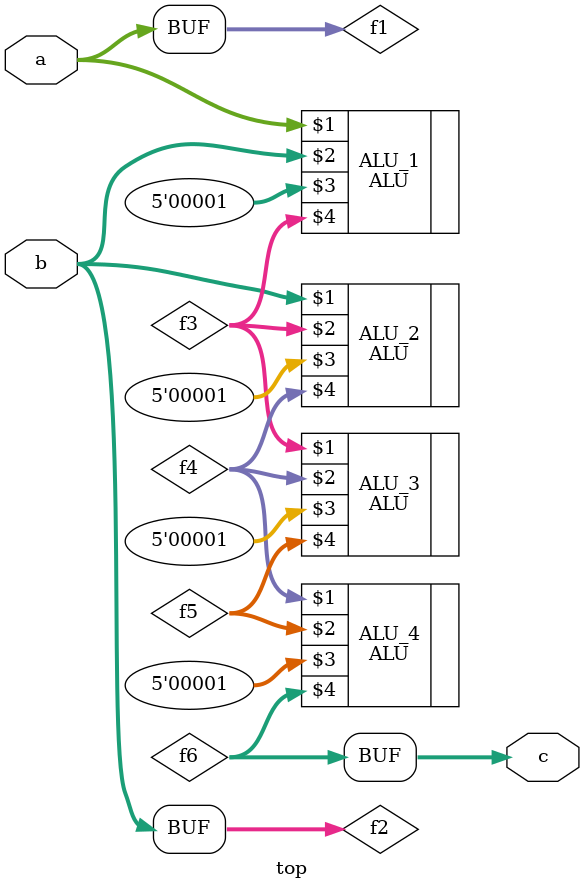
<source format=v>
module top(
	input	signed	[31:0]	a,
	input	signed	[31:0]	b,
	output	signed	[31:0]	c
	);

parameter	A_ADD	= 5'h01; // 符号加

wire signed [31:0] f1, f2, f3, f4, f5, f6;

assign f1 = a;
assign f2 = b;

ALU ALU_1(f1, f2, A_ADD, f3);
ALU ALU_2(f2, f3, A_ADD, f4);
ALU ALU_3(f3, f4, A_ADD, f5);
ALU ALU_4(f4, f5, A_ADD, f6);

assign c = f6;

endmodule
</source>
